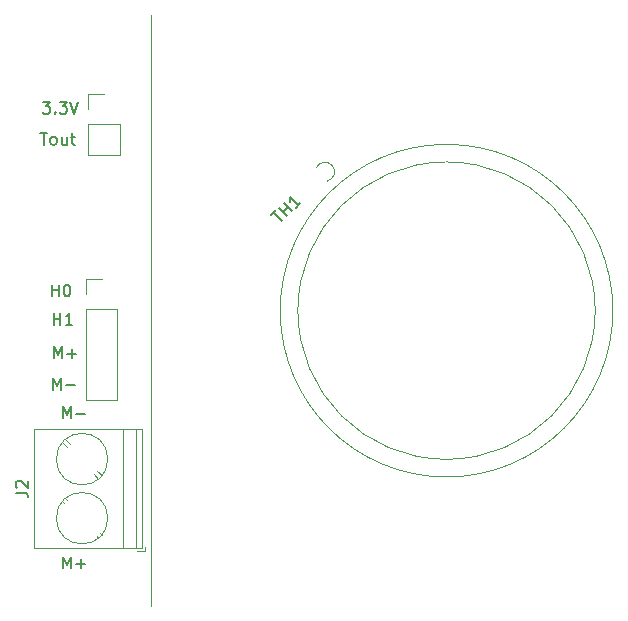
<source format=gbr>
%TF.GenerationSoftware,KiCad,Pcbnew,8.0.0-8.0.0-1~ubuntu20.04.1*%
%TF.CreationDate,2024-06-18T17:56:47-06:00*%
%TF.ProjectId,smart_sleeve,736d6172-745f-4736-9c65-6576652e6b69,rev?*%
%TF.SameCoordinates,Original*%
%TF.FileFunction,Legend,Top*%
%TF.FilePolarity,Positive*%
%FSLAX46Y46*%
G04 Gerber Fmt 4.6, Leading zero omitted, Abs format (unit mm)*
G04 Created by KiCad (PCBNEW 8.0.0-8.0.0-1~ubuntu20.04.1) date 2024-06-18 17:56:47*
%MOMM*%
%LPD*%
G01*
G04 APERTURE LIST*
%ADD10C,0.050000*%
%ADD11C,0.200000*%
%ADD12C,0.150000*%
%ADD13C,0.120000*%
G04 APERTURE END LIST*
D10*
X199580127Y-101500000D02*
G75*
G02*
X171419873Y-101500000I-14080127J0D01*
G01*
X171419873Y-101500000D02*
G75*
G02*
X199580127Y-101500000I14080127J0D01*
G01*
X198089678Y-101500000D02*
G75*
G02*
X172910322Y-101500000I-12589678J0D01*
G01*
X172910322Y-101500000D02*
G75*
G02*
X198089678Y-101500000I12589678J0D01*
G01*
X160500000Y-76500000D02*
X160500000Y-126500000D01*
D11*
X152239673Y-102707219D02*
X152239673Y-101707219D01*
X152239673Y-102183409D02*
X152811101Y-102183409D01*
X152811101Y-102707219D02*
X152811101Y-101707219D01*
X153811101Y-102707219D02*
X153239673Y-102707219D01*
X153525387Y-102707219D02*
X153525387Y-101707219D01*
X153525387Y-101707219D02*
X153430149Y-101850076D01*
X153430149Y-101850076D02*
X153334911Y-101945314D01*
X153334911Y-101945314D02*
X153239673Y-101992933D01*
X152079673Y-100297219D02*
X152079673Y-99297219D01*
X152079673Y-99773409D02*
X152651101Y-99773409D01*
X152651101Y-100297219D02*
X152651101Y-99297219D01*
X153317768Y-99297219D02*
X153413006Y-99297219D01*
X153413006Y-99297219D02*
X153508244Y-99344838D01*
X153508244Y-99344838D02*
X153555863Y-99392457D01*
X153555863Y-99392457D02*
X153603482Y-99487695D01*
X153603482Y-99487695D02*
X153651101Y-99678171D01*
X153651101Y-99678171D02*
X153651101Y-99916266D01*
X153651101Y-99916266D02*
X153603482Y-100106742D01*
X153603482Y-100106742D02*
X153555863Y-100201980D01*
X153555863Y-100201980D02*
X153508244Y-100249600D01*
X153508244Y-100249600D02*
X153413006Y-100297219D01*
X153413006Y-100297219D02*
X153317768Y-100297219D01*
X153317768Y-100297219D02*
X153222530Y-100249600D01*
X153222530Y-100249600D02*
X153174911Y-100201980D01*
X153174911Y-100201980D02*
X153127292Y-100106742D01*
X153127292Y-100106742D02*
X153079673Y-99916266D01*
X153079673Y-99916266D02*
X153079673Y-99678171D01*
X153079673Y-99678171D02*
X153127292Y-99487695D01*
X153127292Y-99487695D02*
X153174911Y-99392457D01*
X153174911Y-99392457D02*
X153222530Y-99344838D01*
X153222530Y-99344838D02*
X153317768Y-99297219D01*
X152999673Y-123317219D02*
X152999673Y-122317219D01*
X152999673Y-122317219D02*
X153333006Y-123031504D01*
X153333006Y-123031504D02*
X153666339Y-122317219D01*
X153666339Y-122317219D02*
X153666339Y-123317219D01*
X154142530Y-122936266D02*
X154904435Y-122936266D01*
X154523482Y-123317219D02*
X154523482Y-122555314D01*
X152159673Y-108207219D02*
X152159673Y-107207219D01*
X152159673Y-107207219D02*
X152493006Y-107921504D01*
X152493006Y-107921504D02*
X152826339Y-107207219D01*
X152826339Y-107207219D02*
X152826339Y-108207219D01*
X153302530Y-107826266D02*
X154064435Y-107826266D01*
X152999673Y-110597219D02*
X152999673Y-109597219D01*
X152999673Y-109597219D02*
X153333006Y-110311504D01*
X153333006Y-110311504D02*
X153666339Y-109597219D01*
X153666339Y-109597219D02*
X153666339Y-110597219D01*
X154142530Y-110216266D02*
X154904435Y-110216266D01*
X151314435Y-83817219D02*
X151933482Y-83817219D01*
X151933482Y-83817219D02*
X151600149Y-84198171D01*
X151600149Y-84198171D02*
X151743006Y-84198171D01*
X151743006Y-84198171D02*
X151838244Y-84245790D01*
X151838244Y-84245790D02*
X151885863Y-84293409D01*
X151885863Y-84293409D02*
X151933482Y-84388647D01*
X151933482Y-84388647D02*
X151933482Y-84626742D01*
X151933482Y-84626742D02*
X151885863Y-84721980D01*
X151885863Y-84721980D02*
X151838244Y-84769600D01*
X151838244Y-84769600D02*
X151743006Y-84817219D01*
X151743006Y-84817219D02*
X151457292Y-84817219D01*
X151457292Y-84817219D02*
X151362054Y-84769600D01*
X151362054Y-84769600D02*
X151314435Y-84721980D01*
X152362054Y-84721980D02*
X152409673Y-84769600D01*
X152409673Y-84769600D02*
X152362054Y-84817219D01*
X152362054Y-84817219D02*
X152314435Y-84769600D01*
X152314435Y-84769600D02*
X152362054Y-84721980D01*
X152362054Y-84721980D02*
X152362054Y-84817219D01*
X152743006Y-83817219D02*
X153362053Y-83817219D01*
X153362053Y-83817219D02*
X153028720Y-84198171D01*
X153028720Y-84198171D02*
X153171577Y-84198171D01*
X153171577Y-84198171D02*
X153266815Y-84245790D01*
X153266815Y-84245790D02*
X153314434Y-84293409D01*
X153314434Y-84293409D02*
X153362053Y-84388647D01*
X153362053Y-84388647D02*
X153362053Y-84626742D01*
X153362053Y-84626742D02*
X153314434Y-84721980D01*
X153314434Y-84721980D02*
X153266815Y-84769600D01*
X153266815Y-84769600D02*
X153171577Y-84817219D01*
X153171577Y-84817219D02*
X152885863Y-84817219D01*
X152885863Y-84817219D02*
X152790625Y-84769600D01*
X152790625Y-84769600D02*
X152743006Y-84721980D01*
X153647768Y-83817219D02*
X153981101Y-84817219D01*
X153981101Y-84817219D02*
X154314434Y-83817219D01*
X152239673Y-105517219D02*
X152239673Y-104517219D01*
X152239673Y-104517219D02*
X152573006Y-105231504D01*
X152573006Y-105231504D02*
X152906339Y-104517219D01*
X152906339Y-104517219D02*
X152906339Y-105517219D01*
X153382530Y-105136266D02*
X154144435Y-105136266D01*
X153763482Y-105517219D02*
X153763482Y-104755314D01*
X151096816Y-86447219D02*
X151668244Y-86447219D01*
X151382530Y-87447219D02*
X151382530Y-86447219D01*
X152144435Y-87447219D02*
X152049197Y-87399600D01*
X152049197Y-87399600D02*
X152001578Y-87351980D01*
X152001578Y-87351980D02*
X151953959Y-87256742D01*
X151953959Y-87256742D02*
X151953959Y-86971028D01*
X151953959Y-86971028D02*
X152001578Y-86875790D01*
X152001578Y-86875790D02*
X152049197Y-86828171D01*
X152049197Y-86828171D02*
X152144435Y-86780552D01*
X152144435Y-86780552D02*
X152287292Y-86780552D01*
X152287292Y-86780552D02*
X152382530Y-86828171D01*
X152382530Y-86828171D02*
X152430149Y-86875790D01*
X152430149Y-86875790D02*
X152477768Y-86971028D01*
X152477768Y-86971028D02*
X152477768Y-87256742D01*
X152477768Y-87256742D02*
X152430149Y-87351980D01*
X152430149Y-87351980D02*
X152382530Y-87399600D01*
X152382530Y-87399600D02*
X152287292Y-87447219D01*
X152287292Y-87447219D02*
X152144435Y-87447219D01*
X153334911Y-86780552D02*
X153334911Y-87447219D01*
X152906340Y-86780552D02*
X152906340Y-87304361D01*
X152906340Y-87304361D02*
X152953959Y-87399600D01*
X152953959Y-87399600D02*
X153049197Y-87447219D01*
X153049197Y-87447219D02*
X153192054Y-87447219D01*
X153192054Y-87447219D02*
X153287292Y-87399600D01*
X153287292Y-87399600D02*
X153334911Y-87351980D01*
X153668245Y-86780552D02*
X154049197Y-86780552D01*
X153811102Y-86447219D02*
X153811102Y-87304361D01*
X153811102Y-87304361D02*
X153858721Y-87399600D01*
X153858721Y-87399600D02*
X153953959Y-87447219D01*
X153953959Y-87447219D02*
X154049197Y-87447219D01*
D12*
X149034819Y-116903333D02*
X149749104Y-116903333D01*
X149749104Y-116903333D02*
X149891961Y-116950952D01*
X149891961Y-116950952D02*
X149987200Y-117046190D01*
X149987200Y-117046190D02*
X150034819Y-117189047D01*
X150034819Y-117189047D02*
X150034819Y-117284285D01*
X149130057Y-116474761D02*
X149082438Y-116427142D01*
X149082438Y-116427142D02*
X149034819Y-116331904D01*
X149034819Y-116331904D02*
X149034819Y-116093809D01*
X149034819Y-116093809D02*
X149082438Y-115998571D01*
X149082438Y-115998571D02*
X149130057Y-115950952D01*
X149130057Y-115950952D02*
X149225295Y-115903333D01*
X149225295Y-115903333D02*
X149320533Y-115903333D01*
X149320533Y-115903333D02*
X149463390Y-115950952D01*
X149463390Y-115950952D02*
X150034819Y-116522380D01*
X150034819Y-116522380D02*
X150034819Y-115903333D01*
X170659000Y-93409996D02*
X171063061Y-93005935D01*
X171568138Y-93915073D02*
X170861031Y-93207966D01*
X172005871Y-93477340D02*
X171298764Y-92770233D01*
X171635481Y-93106950D02*
X172039542Y-92702889D01*
X172409932Y-93073279D02*
X171702825Y-92366172D01*
X173117038Y-92366172D02*
X172712977Y-92770233D01*
X172915008Y-92568202D02*
X172207901Y-91861096D01*
X172207901Y-91861096D02*
X172241573Y-92029454D01*
X172241573Y-92029454D02*
X172241573Y-92164141D01*
X172241573Y-92164141D02*
X172207901Y-92265157D01*
D13*
%TO.C,J3*%
X155170000Y-83130000D02*
X156500000Y-83130000D01*
X155170000Y-84460000D02*
X155170000Y-83130000D01*
X155170000Y-85730000D02*
X155170000Y-88330000D01*
X155170000Y-85730000D02*
X157830000Y-85730000D01*
X155170000Y-88330000D02*
X157830000Y-88330000D01*
X157830000Y-85730000D02*
X157830000Y-88330000D01*
%TO.C,J1*%
X154980000Y-98790000D02*
X156310000Y-98790000D01*
X154980000Y-100120000D02*
X154980000Y-98790000D01*
X154980000Y-101390000D02*
X154980000Y-109070000D01*
X154980000Y-101390000D02*
X157640000Y-101390000D01*
X154980000Y-109070000D02*
X157640000Y-109070000D01*
X157640000Y-101390000D02*
X157640000Y-109070000D01*
%TO.C,J2*%
X150580000Y-111510000D02*
X159700000Y-111510000D01*
X150580000Y-121630000D02*
X150580000Y-111510000D01*
X150580000Y-121630000D02*
X159700000Y-121630000D01*
X152986000Y-112682000D02*
X153366000Y-113062000D01*
X152986000Y-117682000D02*
X153093000Y-117789000D01*
X153252000Y-112416000D02*
X153648000Y-112811000D01*
X153252000Y-117416000D02*
X153359000Y-117523000D01*
X155632000Y-115328000D02*
X156028000Y-115723000D01*
X155914000Y-115077000D02*
X156294000Y-115457000D01*
X155921000Y-120618000D02*
X156028000Y-120724000D01*
X156187000Y-120352000D02*
X156294000Y-120458000D01*
X158140000Y-121630000D02*
X158140000Y-111510000D01*
X159240000Y-121630000D02*
X159240000Y-111510000D01*
X159300000Y-121870000D02*
X159940000Y-121870000D01*
X159700000Y-121630000D02*
X159700000Y-111510000D01*
X159940000Y-121870000D02*
X159940000Y-121470000D01*
X156820000Y-114070000D02*
G75*
G02*
X152460000Y-114070000I-2180000J0D01*
G01*
X152460000Y-114070000D02*
G75*
G02*
X156820000Y-114070000I2180000J0D01*
G01*
X156820000Y-119070000D02*
G75*
G02*
X152460000Y-119070000I-2180000J0D01*
G01*
X152460000Y-119070000D02*
G75*
G02*
X156820000Y-119070000I2180000J0D01*
G01*
%TO.C,TH1*%
X174447285Y-89442962D02*
G75*
G02*
X175403520Y-90536428I756218J-303535D01*
G01*
%TD*%
M02*

</source>
